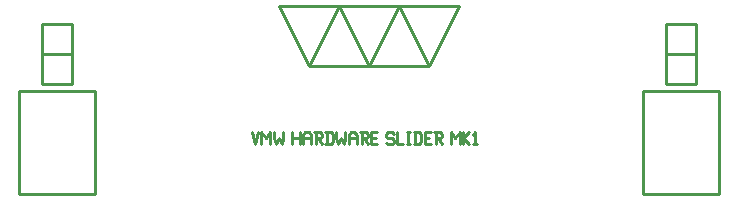
<source format=gbr>
G04 start of page 9 for group -4079 idx -4079 *
G04 Title: (unknown), topsilk *
G04 Creator: pcb 20140316 *
G04 CreationDate: Wed 05 Apr 2017 02:07:19 PM GMT UTC *
G04 For: vince *
G04 Format: Gerber/RS-274X *
G04 PCB-Dimensions (mil): 2340.00 710.00 *
G04 PCB-Coordinate-Origin: lower left *
%MOIN*%
%FSLAX25Y25*%
%LNTOPSILK*%
%ADD36C,0.0100*%
G54D36*X78000Y21000D02*X79000Y17000D01*
X80000Y21000D01*
X81200D02*Y17000D01*
Y21000D02*X82700Y19000D01*
X84200Y21000D01*
Y17000D01*
X85400Y21000D02*Y19000D01*
X85900Y17000D01*
X86900Y19000D01*
X87900Y17000D01*
X88400Y19000D01*
Y21000D02*Y19000D01*
X91400Y21000D02*Y17000D01*
X93900Y21000D02*Y17000D01*
X91400Y19000D02*X93900D01*
X95100Y20000D02*Y17000D01*
Y20000D02*X95800Y21000D01*
X96900D01*
X97600Y20000D01*
Y17000D01*
X95100Y19000D02*X97600D01*
X98800Y21000D02*X100800D01*
X101300Y20500D01*
Y19500D01*
X100800Y19000D02*X101300Y19500D01*
X99300Y19000D02*X100800D01*
X99300Y21000D02*Y17000D01*
X100100Y19000D02*X101300Y17000D01*
X103000Y21000D02*Y17000D01*
X104300Y21000D02*X105000Y20300D01*
Y17700D01*
X104300Y17000D02*X105000Y17700D01*
X102500Y17000D02*X104300D01*
X102500Y21000D02*X104300D01*
X106200D02*Y19000D01*
X106700Y17000D01*
X107700Y19000D01*
X108700Y17000D01*
X109200Y19000D01*
Y21000D02*Y19000D01*
X110400Y20000D02*Y17000D01*
Y20000D02*X111100Y21000D01*
X112200D01*
X112900Y20000D01*
Y17000D01*
X110400Y19000D02*X112900D01*
X114100Y21000D02*X116100D01*
X116600Y20500D01*
Y19500D01*
X116100Y19000D02*X116600Y19500D01*
X114600Y19000D02*X116100D01*
X114600Y21000D02*Y17000D01*
X115400Y19000D02*X116600Y17000D01*
X117800Y19200D02*X119300D01*
X117800Y17000D02*X119800D01*
X117800Y21000D02*Y17000D01*
Y21000D02*X119800D01*
X124800D02*X125300Y20500D01*
X123300Y21000D02*X124800D01*
X122800Y20500D02*X123300Y21000D01*
X122800Y20500D02*Y19500D01*
X123300Y19000D01*
X124800D01*
X125300Y18500D01*
Y17500D01*
X124800Y17000D02*X125300Y17500D01*
X123300Y17000D02*X124800D01*
X122800Y17500D02*X123300Y17000D01*
X126500Y21000D02*Y17000D01*
X128500D01*
X129700Y21000D02*X130700D01*
X130200D02*Y17000D01*
X129700D02*X130700D01*
X132400Y21000D02*Y17000D01*
X133700Y21000D02*X134400Y20300D01*
Y17700D01*
X133700Y17000D02*X134400Y17700D01*
X131900Y17000D02*X133700D01*
X131900Y21000D02*X133700D01*
X135600Y19200D02*X137100D01*
X135600Y17000D02*X137600D01*
X135600Y21000D02*Y17000D01*
Y21000D02*X137600D01*
X138800D02*X140800D01*
X141300Y20500D01*
Y19500D01*
X140800Y19000D02*X141300Y19500D01*
X139300Y19000D02*X140800D01*
X139300Y21000D02*Y17000D01*
X140100Y19000D02*X141300Y17000D01*
X144300Y21000D02*Y17000D01*
Y21000D02*X145800Y19000D01*
X147300Y21000D01*
Y17000D01*
X148500Y21000D02*Y17000D01*
Y19000D02*X150500Y21000D01*
X148500Y19000D02*X150500Y17000D01*
X151700Y20200D02*X152500Y21000D01*
Y17000D01*
X151700D02*X153200D01*
X208402Y34780D02*X233598D01*
Y528D01*
X208402D01*
Y34780D01*
X216000Y57000D02*X226000D01*
X216000D02*Y37000D01*
X226000D01*
Y57000D02*Y37000D01*
X216000Y57000D02*Y47000D01*
X226000D01*
X87000Y63000D02*X97000Y43000D01*
X137000D01*
X147000Y63000D01*
X87000D01*
X97000Y43000D02*X107000Y63000D01*
X117000Y43000D01*
X127000Y63000D01*
X137000Y43000D01*
X402Y34780D02*X25598D01*
Y528D01*
X402D01*
Y34780D01*
X8000Y57000D02*X18000D01*
X8000D02*Y37000D01*
X18000D01*
Y57000D02*Y37000D01*
X8000Y57000D02*Y47000D01*
X18000D01*
M02*

</source>
